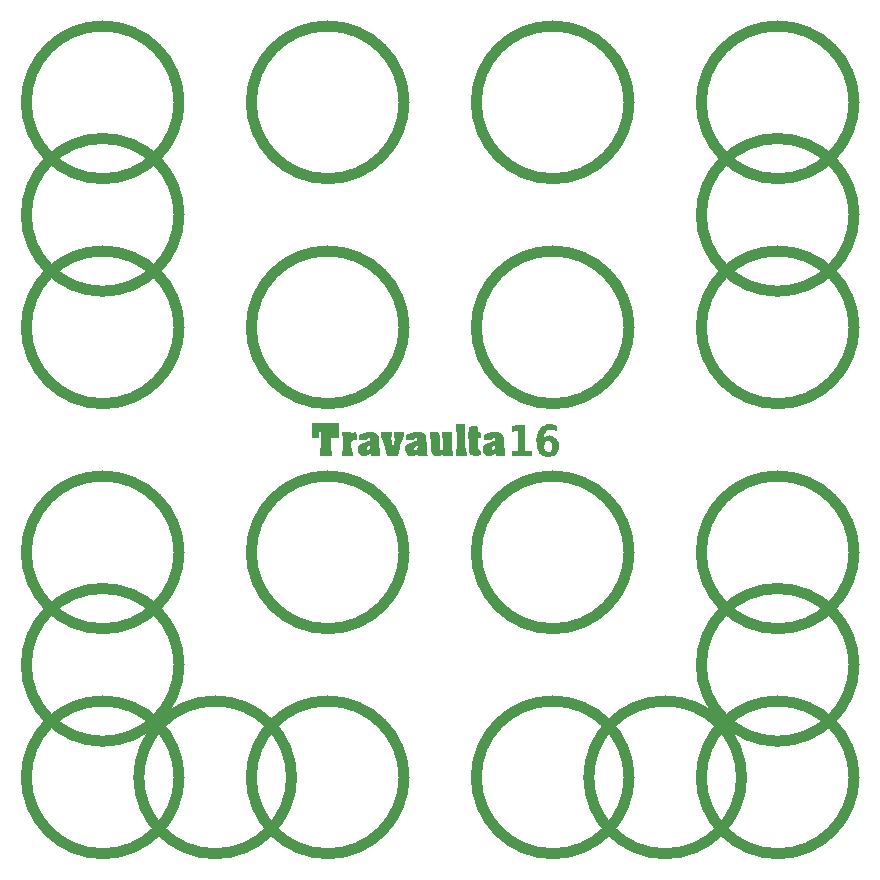
<source format=gbr>
%TF.GenerationSoftware,KiCad,Pcbnew,8.0.8*%
%TF.CreationDate,2025-03-01T19:05:43+01:00*%
%TF.ProjectId,numbpad,6e756d62-7061-4642-9e6b-696361645f70,rev?*%
%TF.SameCoordinates,Original*%
%TF.FileFunction,Legend,Top*%
%TF.FilePolarity,Positive*%
%FSLAX46Y46*%
G04 Gerber Fmt 4.6, Leading zero omitted, Abs format (unit mm)*
G04 Created by KiCad (PCBNEW 8.0.8) date 2025-03-01 19:05:43*
%MOMM*%
%LPD*%
G01*
G04 APERTURE LIST*
%ADD10C,0.400000*%
%ADD11C,0.900000*%
%ADD12C,0.000000*%
%ADD13C,1.200000*%
%ADD14C,2.200000*%
%ADD15R,1.700000X1.700000*%
%ADD16O,1.700000X1.700000*%
%ADD17C,0.750000*%
%ADD18O,1.100000X1.700000*%
G04 APERTURE END LIST*
D10*
G36*
X148136594Y-100928999D02*
G01*
X148682721Y-100928999D01*
X148682721Y-99205524D01*
X148121988Y-99333800D01*
X148121988Y-98865782D01*
X148679545Y-98737506D01*
X149268855Y-98737506D01*
X149268855Y-100928999D01*
X149814982Y-100928999D01*
X149814982Y-101404003D01*
X148136594Y-101404003D01*
X148136594Y-100928999D01*
G37*
G36*
X151487392Y-98697770D02*
G01*
X151617342Y-98711918D01*
X151676259Y-98721630D01*
X151802863Y-98749564D01*
X151927791Y-98786931D01*
X151984884Y-98807359D01*
X151984884Y-99300143D01*
X151864294Y-99241638D01*
X151740522Y-99194338D01*
X151697850Y-99181393D01*
X151572893Y-99153588D01*
X151442374Y-99142694D01*
X151434312Y-99142656D01*
X151303773Y-99153332D01*
X151175040Y-99190867D01*
X151065495Y-99255426D01*
X151003125Y-99313479D01*
X150926572Y-99422577D01*
X150875730Y-99541398D01*
X150841081Y-99680777D01*
X150824046Y-99819599D01*
X150934066Y-99743078D01*
X151053293Y-99688783D01*
X151182363Y-99655920D01*
X151312882Y-99645008D01*
X151321911Y-99644966D01*
X151455461Y-99653382D01*
X151598516Y-99684477D01*
X151727835Y-99738484D01*
X151843419Y-99815403D01*
X151917571Y-99884372D01*
X152005659Y-99995976D01*
X152072111Y-100121862D01*
X152116928Y-100262029D01*
X152138122Y-100393540D01*
X152143642Y-100511148D01*
X152137471Y-100640945D01*
X152113777Y-100785732D01*
X152072311Y-100918553D01*
X152013075Y-101039408D01*
X151936067Y-101148296D01*
X151890899Y-101198252D01*
X151790071Y-101285872D01*
X151677142Y-101355363D01*
X151552112Y-101406726D01*
X151414983Y-101439961D01*
X151265753Y-101455068D01*
X151213321Y-101456075D01*
X151072228Y-101447502D01*
X150941460Y-101421781D01*
X150821018Y-101378913D01*
X150690117Y-101304838D01*
X150574085Y-101206071D01*
X150488750Y-101104903D01*
X150415024Y-100987999D01*
X150353793Y-100856769D01*
X150305059Y-100711214D01*
X150275069Y-100584456D01*
X150270400Y-100555601D01*
X150895170Y-100555601D01*
X150903108Y-100690309D01*
X150933589Y-100821999D01*
X150976454Y-100906773D01*
X151078059Y-100994407D01*
X151210225Y-101023505D01*
X151220306Y-101023619D01*
X151348297Y-101001254D01*
X151455578Y-100920922D01*
X151466063Y-100906773D01*
X151521628Y-100781734D01*
X151543458Y-100652280D01*
X151547347Y-100555601D01*
X151539409Y-100420954D01*
X151508928Y-100289503D01*
X151466063Y-100205063D01*
X151363982Y-100116953D01*
X151230504Y-100087697D01*
X151220306Y-100087582D01*
X151093617Y-100110069D01*
X150986932Y-100190837D01*
X150976454Y-100205063D01*
X150920889Y-100329668D01*
X150899060Y-100458952D01*
X150895170Y-100555601D01*
X150270400Y-100555601D01*
X150253076Y-100448530D01*
X150239080Y-100303435D01*
X150233082Y-100149172D01*
X150232832Y-100109173D01*
X150237516Y-99948342D01*
X150251566Y-99796381D01*
X150274982Y-99653290D01*
X150307766Y-99519071D01*
X150349916Y-99393721D01*
X150401433Y-99277243D01*
X150479001Y-99144119D01*
X150532567Y-99070897D01*
X150631828Y-98962046D01*
X150741879Y-98871644D01*
X150862721Y-98799691D01*
X150994354Y-98746188D01*
X151136777Y-98711134D01*
X151289991Y-98694529D01*
X151354298Y-98693053D01*
X151487392Y-98697770D01*
G37*
D11*
%TO.C,SW4*%
X167598250Y-128587500D02*
G75*
G02*
X154664250Y-128587500I-6467000J0D01*
G01*
X154664250Y-128587500D02*
G75*
G02*
X167598250Y-128587500I6467000J0D01*
G01*
%TO.C,SW13*%
X119973251Y-128587500D02*
G75*
G02*
X107039249Y-128587500I-6467001J0D01*
G01*
X107039249Y-128587500D02*
G75*
G02*
X119973251Y-128587500I6467001J0D01*
G01*
%TO.C,SW14*%
X139023250Y-128587500D02*
G75*
G02*
X126089250Y-128587500I-6467000J0D01*
G01*
X126089250Y-128587500D02*
G75*
G02*
X139023250Y-128587500I6467000J0D01*
G01*
%TO.C,SW11*%
X158073250Y-109537500D02*
G75*
G02*
X145139250Y-109537500I-6467000J0D01*
G01*
X145139250Y-109537500D02*
G75*
G02*
X158073250Y-109537500I6467000J0D01*
G01*
%TO.C,SW22*%
X129498250Y-128587500D02*
G75*
G02*
X116564250Y-128587500I-6467000J0D01*
G01*
X116564250Y-128587500D02*
G75*
G02*
X129498250Y-128587500I6467000J0D01*
G01*
%TO.C,SW10*%
X139023250Y-109537500D02*
G75*
G02*
X126089250Y-109537500I-6467000J0D01*
G01*
X126089250Y-109537500D02*
G75*
G02*
X139023250Y-109537500I6467000J0D01*
G01*
%TO.C,SW5*%
X119973250Y-90487500D02*
G75*
G02*
X107039250Y-90487500I-6467000J0D01*
G01*
X107039250Y-90487500D02*
G75*
G02*
X119973250Y-90487500I6467000J0D01*
G01*
%TO.C,SW2*%
X139023250Y-71437500D02*
G75*
G02*
X126089250Y-71437500I-6467000J0D01*
G01*
X126089250Y-71437500D02*
G75*
G02*
X139023250Y-71437500I6467000J0D01*
G01*
%TO.C,SW15*%
X158073250Y-128587500D02*
G75*
G02*
X145139250Y-128587500I-6467000J0D01*
G01*
X145139250Y-128587500D02*
G75*
G02*
X158073250Y-128587500I6467000J0D01*
G01*
%TO.C,SW21*%
X177123250Y-119062500D02*
G75*
G02*
X164189250Y-119062500I-6467000J0D01*
G01*
X164189250Y-119062500D02*
G75*
G02*
X177123250Y-119062500I6467000J0D01*
G01*
%TO.C,SW23*%
X177123250Y-71437500D02*
G75*
G02*
X164189250Y-71437500I-6467000J0D01*
G01*
X164189250Y-71437500D02*
G75*
G02*
X177123250Y-71437500I6467000J0D01*
G01*
%TO.C,SW7*%
X158073250Y-90487500D02*
G75*
G02*
X145139250Y-90487500I-6467000J0D01*
G01*
X145139250Y-90487500D02*
G75*
G02*
X158073250Y-90487500I6467000J0D01*
G01*
%TO.C,SW18*%
X119973250Y-80962500D02*
G75*
G02*
X107039250Y-80962500I-6467000J0D01*
G01*
X107039250Y-80962500D02*
G75*
G02*
X119973250Y-80962500I6467000J0D01*
G01*
%TO.C,SW19*%
X177123250Y-80962500D02*
G75*
G02*
X164189250Y-80962500I-6467000J0D01*
G01*
X164189250Y-80962500D02*
G75*
G02*
X177123250Y-80962500I6467000J0D01*
G01*
%TO.C,SW3*%
X158073250Y-71437500D02*
G75*
G02*
X145139250Y-71437500I-6467000J0D01*
G01*
X145139250Y-71437500D02*
G75*
G02*
X158073250Y-71437500I6467000J0D01*
G01*
%TO.C,SW6*%
X139023250Y-90487500D02*
G75*
G02*
X126089250Y-90487500I-6467000J0D01*
G01*
X126089250Y-90487500D02*
G75*
G02*
X139023250Y-90487500I6467000J0D01*
G01*
%TO.C,SW20*%
X119973250Y-71437500D02*
G75*
G02*
X107039250Y-71437500I-6467000J0D01*
G01*
X107039250Y-71437500D02*
G75*
G02*
X119973250Y-71437500I6467000J0D01*
G01*
D12*
%TO.C,G\u002A\u002A\u002A*%
G36*
X144188724Y-99730627D02*
G01*
X144195599Y-100109803D01*
X144204791Y-100403092D01*
X144216773Y-100617801D01*
X144232017Y-100761236D01*
X144250998Y-100840703D01*
X144261783Y-100858480D01*
X144296443Y-100937282D01*
X144317303Y-101069995D01*
X144320039Y-101140354D01*
X144320039Y-101364060D01*
X143853984Y-101364060D01*
X143387929Y-101364060D01*
X143387929Y-101133783D01*
X143396635Y-100994792D01*
X143418807Y-100897997D01*
X143434535Y-100874702D01*
X143451630Y-100818265D01*
X143465320Y-100678577D01*
X143475069Y-100465555D01*
X143480342Y-100189115D01*
X143481140Y-100012500D01*
X143478575Y-99705227D01*
X143471237Y-99455884D01*
X143459661Y-99274387D01*
X143444384Y-99170653D01*
X143434535Y-99150298D01*
X143407494Y-99090572D01*
X143390677Y-98970627D01*
X143387929Y-98891218D01*
X143387929Y-98660941D01*
X143780926Y-98660941D01*
X144173922Y-98660941D01*
X144188724Y-99730627D01*
G37*
G36*
X134946848Y-99319169D02*
G01*
X134978541Y-99349465D01*
X134993815Y-99423872D01*
X134998612Y-99561955D01*
X134998939Y-99662959D01*
X134998939Y-100012500D01*
X134870773Y-100013983D01*
X134714784Y-100043405D01*
X134612964Y-100134333D01*
X134556529Y-100297214D01*
X134543005Y-100403746D01*
X134545631Y-100635845D01*
X134597357Y-100807902D01*
X134646395Y-100955292D01*
X134671743Y-101127385D01*
X134672700Y-101161496D01*
X134672700Y-101364060D01*
X134225808Y-101364060D01*
X133778916Y-101364060D01*
X133809533Y-101072776D01*
X133824073Y-100883806D01*
X133834873Y-100646945D01*
X133839983Y-100407499D01*
X133840150Y-100362042D01*
X133836454Y-100127683D01*
X133826665Y-99886588D01*
X133812735Y-99684063D01*
X133809533Y-99651308D01*
X133778916Y-99360023D01*
X134152016Y-99360023D01*
X134372375Y-99367160D01*
X134503745Y-99388402D01*
X134543571Y-99415387D01*
X134582926Y-99439563D01*
X134670319Y-99394883D01*
X134674338Y-99392085D01*
X134794228Y-99333244D01*
X134892795Y-99313418D01*
X134946848Y-99319169D01*
G37*
G36*
X133554168Y-99220207D02*
G01*
X133554168Y-99826078D01*
X133253456Y-99826078D01*
X132952744Y-99826078D01*
X132938869Y-99538493D01*
X132921194Y-99362870D01*
X132890301Y-99256316D01*
X132866737Y-99231673D01*
X132846751Y-99268047D01*
X132830526Y-99379611D01*
X132818193Y-99548417D01*
X132809884Y-99756514D01*
X132805729Y-99985954D01*
X132805858Y-100218786D01*
X132810404Y-100437062D01*
X132819497Y-100622831D01*
X132833268Y-100758145D01*
X132851849Y-100825053D01*
X132855085Y-100828097D01*
X132881010Y-100887263D01*
X132897931Y-101008647D01*
X132901691Y-101110480D01*
X132901691Y-101364060D01*
X132389030Y-101364060D01*
X131876370Y-101364060D01*
X131876370Y-101110480D01*
X131884299Y-100964523D01*
X131904686Y-100859857D01*
X131922975Y-100828097D01*
X131940365Y-100771579D01*
X131954240Y-100632538D01*
X131963994Y-100421614D01*
X131969022Y-100149450D01*
X131969581Y-100009750D01*
X131968512Y-99716744D01*
X131964580Y-99504664D01*
X131956700Y-99361240D01*
X131943785Y-99274204D01*
X131924749Y-99231288D01*
X131899672Y-99220207D01*
X131860460Y-99240431D01*
X131838665Y-99312696D01*
X131830276Y-99454391D01*
X131829764Y-99523143D01*
X131829764Y-99826078D01*
X131526828Y-99826078D01*
X131223893Y-99826078D01*
X131223893Y-99220207D01*
X131223893Y-98614335D01*
X132389030Y-98614335D01*
X133554168Y-98614335D01*
X133554168Y-99220207D01*
G37*
G36*
X137967014Y-99696340D02*
G01*
X137960791Y-99916985D01*
X137975423Y-100135447D01*
X138007312Y-100325222D01*
X138052863Y-100459804D01*
X138075180Y-100493469D01*
X138102992Y-100471942D01*
X138143977Y-100379337D01*
X138189606Y-100235229D01*
X138192786Y-100223596D01*
X138236092Y-100043181D01*
X138247478Y-99931095D01*
X138228461Y-99868657D01*
X138222148Y-99861471D01*
X138190054Y-99785351D01*
X138170694Y-99654487D01*
X138168113Y-99583730D01*
X138168113Y-99360023D01*
X138587562Y-99360023D01*
X139007012Y-99360023D01*
X139007012Y-99571388D01*
X138992743Y-99725723D01*
X138957050Y-99856223D01*
X138941944Y-99885975D01*
X138906379Y-99965842D01*
X138851875Y-100116878D01*
X138784683Y-100320507D01*
X138711052Y-100558155D01*
X138675907Y-100676629D01*
X138474939Y-101364060D01*
X138044643Y-101364060D01*
X137854553Y-101360519D01*
X137702963Y-101351025D01*
X137611635Y-101337270D01*
X137595243Y-101329106D01*
X137576501Y-101274308D01*
X137537318Y-101146035D01*
X137482518Y-100960530D01*
X137416926Y-100734039D01*
X137377198Y-100595069D01*
X137306163Y-100351593D01*
X137240890Y-100139165D01*
X137186726Y-99974350D01*
X137149018Y-99873714D01*
X137137222Y-99851711D01*
X137112946Y-99781885D01*
X137098223Y-99655380D01*
X137096186Y-99583730D01*
X137096186Y-99360023D01*
X137545698Y-99360023D01*
X137995210Y-99360023D01*
X137967014Y-99696340D01*
G37*
G36*
X145235636Y-98842839D02*
G01*
X145248302Y-98953161D01*
X145252150Y-99080390D01*
X145252150Y-99360023D01*
X145391966Y-99360023D01*
X145474734Y-99365114D01*
X145516007Y-99396417D01*
X145530213Y-99477976D01*
X145531783Y-99593051D01*
X145528728Y-99730997D01*
X145509946Y-99799786D01*
X145461011Y-99823462D01*
X145391966Y-99826078D01*
X145252150Y-99826078D01*
X145252150Y-100258461D01*
X145263913Y-100540831D01*
X145300351Y-100738040D01*
X145363181Y-100855263D01*
X145454124Y-100897678D01*
X145464517Y-100898005D01*
X145510029Y-100929438D01*
X145529964Y-101032757D01*
X145531783Y-101102294D01*
X145524106Y-101234813D01*
X145492568Y-101303070D01*
X145426920Y-101334685D01*
X145284753Y-101355369D01*
X145106284Y-101359237D01*
X144934105Y-101347300D01*
X144810808Y-101320571D01*
X144809397Y-101320001D01*
X144708614Y-101256811D01*
X144622975Y-101178309D01*
X144584265Y-101124993D01*
X144556867Y-101054066D01*
X144538195Y-100948336D01*
X144525666Y-100790613D01*
X144516694Y-100563707D01*
X144513540Y-100450422D01*
X144504642Y-100221386D01*
X144491598Y-100030108D01*
X144475999Y-99893634D01*
X144459434Y-99829010D01*
X144455283Y-99826078D01*
X144431304Y-99784155D01*
X144416085Y-99676967D01*
X144413250Y-99593051D01*
X144421634Y-99460122D01*
X144443068Y-99375749D01*
X144459856Y-99360023D01*
X144488135Y-99318474D01*
X144504681Y-99213808D01*
X144506461Y-99158820D01*
X144506461Y-98957617D01*
X144844351Y-98878590D01*
X145012398Y-98840391D01*
X145144035Y-98812519D01*
X145213871Y-98800315D01*
X145217195Y-98800160D01*
X145235636Y-98842839D01*
G37*
G36*
X141789091Y-99363489D02*
G01*
X141914330Y-99375973D01*
X141982154Y-99400605D01*
X142008081Y-99433743D01*
X142019130Y-99507280D01*
X142028270Y-99652904D01*
X142034547Y-99849495D01*
X142037006Y-100074569D01*
X142039257Y-100362337D01*
X142047107Y-100569719D01*
X142063318Y-100709499D01*
X142090655Y-100794459D01*
X142131879Y-100837381D01*
X142189754Y-100851049D01*
X142204925Y-100851399D01*
X142254464Y-100848137D01*
X142286527Y-100827249D01*
X142304915Y-100772084D01*
X142313430Y-100665989D01*
X142315871Y-100492312D01*
X142316003Y-100364792D01*
X142311756Y-100154716D01*
X142300186Y-99985975D01*
X142283052Y-99878006D01*
X142269397Y-99849381D01*
X142242356Y-99789654D01*
X142225539Y-99669709D01*
X142222792Y-99590300D01*
X142222792Y-99360023D01*
X142640016Y-99360023D01*
X143057240Y-99360023D01*
X143079464Y-100094060D01*
X143089338Y-100371219D01*
X143101510Y-100638510D01*
X143114688Y-100871574D01*
X143127581Y-101046055D01*
X143132608Y-101096078D01*
X143163528Y-101364060D01*
X142739766Y-101364060D01*
X142543984Y-101359378D01*
X142399320Y-101346583D01*
X142323282Y-101327554D01*
X142316003Y-101318608D01*
X142278930Y-101296686D01*
X142196455Y-101318608D01*
X142045664Y-101350473D01*
X141852116Y-101359518D01*
X141661975Y-101345980D01*
X141533290Y-101315236D01*
X141436315Y-101247148D01*
X141366298Y-101125570D01*
X141320538Y-100940461D01*
X141296336Y-100681779D01*
X141290682Y-100412895D01*
X141286785Y-100187683D01*
X141276053Y-100006994D01*
X141259921Y-99888197D01*
X141244076Y-99849381D01*
X141217035Y-99789654D01*
X141200218Y-99669709D01*
X141197471Y-99590300D01*
X141197471Y-99360023D01*
X141588631Y-99360023D01*
X141789091Y-99363489D01*
G37*
G36*
X136215394Y-99328591D02*
G01*
X136411612Y-99370156D01*
X136599270Y-99440918D01*
X136751134Y-99527986D01*
X136839973Y-99618471D01*
X136843798Y-99626020D01*
X136861811Y-99703757D01*
X136881899Y-99852854D01*
X136901562Y-100051571D01*
X136917717Y-100268831D01*
X136934556Y-100519313D01*
X136952952Y-100765088D01*
X136970449Y-100974689D01*
X136982248Y-101096078D01*
X137011602Y-101364060D01*
X136611142Y-101364060D01*
X136411859Y-101361127D01*
X136289476Y-101350444D01*
X136227811Y-101329187D01*
X136210683Y-101294531D01*
X136210682Y-101294152D01*
X136208746Y-101245669D01*
X136188616Y-101231215D01*
X136128809Y-101253178D01*
X136007840Y-101313944D01*
X136000957Y-101317454D01*
X135790827Y-101395114D01*
X135596340Y-101395335D01*
X135433557Y-101342662D01*
X135262644Y-101223279D01*
X135153545Y-101055076D01*
X135108198Y-100860450D01*
X135116653Y-100777877D01*
X135853305Y-100777877D01*
X135921744Y-100843621D01*
X136045331Y-100838120D01*
X136090356Y-100823110D01*
X136147405Y-100755980D01*
X136164076Y-100656850D01*
X136155088Y-100562217D01*
X136113765Y-100538286D01*
X136059214Y-100550325D01*
X135924290Y-100615872D01*
X135853379Y-100703803D01*
X135853305Y-100777877D01*
X135116653Y-100777877D01*
X135128539Y-100661799D01*
X135216504Y-100481522D01*
X135348399Y-100357809D01*
X135449147Y-100306784D01*
X135606669Y-100243013D01*
X135788209Y-100179678D01*
X135801833Y-100175328D01*
X135974127Y-100118129D01*
X136075467Y-100073421D01*
X136124500Y-100027999D01*
X136139870Y-99968661D01*
X136140773Y-99935321D01*
X136126541Y-99838790D01*
X136067302Y-99805029D01*
X136024260Y-99802776D01*
X135934627Y-99823268D01*
X135897046Y-99902500D01*
X135892999Y-99930941D01*
X135881750Y-99996349D01*
X135853018Y-100034567D01*
X135786217Y-100052900D01*
X135660758Y-100058652D01*
X135531806Y-100059106D01*
X135185361Y-100059106D01*
X135185361Y-99808086D01*
X135189369Y-99660562D01*
X135211222Y-99575577D01*
X135265658Y-99522512D01*
X135341964Y-99482753D01*
X135591780Y-99393126D01*
X135873206Y-99337072D01*
X136139605Y-99322821D01*
X136215394Y-99328591D01*
G37*
G36*
X140223467Y-99328591D02*
G01*
X140419686Y-99370156D01*
X140607343Y-99440918D01*
X140759208Y-99527986D01*
X140848046Y-99618471D01*
X140851871Y-99626020D01*
X140869884Y-99703757D01*
X140889972Y-99852854D01*
X140909635Y-100051571D01*
X140925790Y-100268831D01*
X140942630Y-100519313D01*
X140961026Y-100765088D01*
X140978522Y-100974689D01*
X140990322Y-101096078D01*
X141019675Y-101364060D01*
X140619215Y-101364060D01*
X140419932Y-101361127D01*
X140297549Y-101350444D01*
X140235884Y-101329187D01*
X140218756Y-101294531D01*
X140218755Y-101294152D01*
X140216819Y-101245669D01*
X140196689Y-101231215D01*
X140136882Y-101253178D01*
X140015914Y-101313944D01*
X140009030Y-101317454D01*
X139798900Y-101395114D01*
X139604414Y-101395335D01*
X139441630Y-101342662D01*
X139270717Y-101223279D01*
X139161618Y-101055076D01*
X139116271Y-100860450D01*
X139124726Y-100777877D01*
X139861378Y-100777877D01*
X139929817Y-100843621D01*
X140053405Y-100838120D01*
X140098430Y-100823110D01*
X140155478Y-100755980D01*
X140172150Y-100656850D01*
X140163162Y-100562217D01*
X140121838Y-100538286D01*
X140067287Y-100550325D01*
X139932363Y-100615872D01*
X139861453Y-100703803D01*
X139861378Y-100777877D01*
X139124726Y-100777877D01*
X139136612Y-100661799D01*
X139224577Y-100481522D01*
X139356473Y-100357809D01*
X139457220Y-100306784D01*
X139614742Y-100243013D01*
X139796282Y-100179678D01*
X139809907Y-100175328D01*
X139982201Y-100118129D01*
X140083541Y-100073421D01*
X140132573Y-100027999D01*
X140147943Y-99968661D01*
X140148847Y-99935321D01*
X140134615Y-99838790D01*
X140075376Y-99805029D01*
X140032333Y-99802776D01*
X139942701Y-99823268D01*
X139905119Y-99902500D01*
X139901072Y-99930941D01*
X139889823Y-99996349D01*
X139861092Y-100034567D01*
X139794291Y-100052900D01*
X139668832Y-100058652D01*
X139539880Y-100059106D01*
X139193434Y-100059106D01*
X139193434Y-99808086D01*
X139197443Y-99660562D01*
X139219295Y-99575577D01*
X139273731Y-99522512D01*
X139350037Y-99482753D01*
X139599853Y-99393126D01*
X139881279Y-99337072D01*
X140147678Y-99322821D01*
X140223467Y-99328591D01*
G37*
G36*
X146794843Y-99328591D02*
G01*
X146991062Y-99370156D01*
X147178719Y-99440918D01*
X147330584Y-99527986D01*
X147419423Y-99618471D01*
X147423247Y-99626020D01*
X147441260Y-99703757D01*
X147461348Y-99852854D01*
X147481011Y-100051571D01*
X147497166Y-100268831D01*
X147514006Y-100519313D01*
X147532402Y-100765088D01*
X147549899Y-100974689D01*
X147561698Y-101096078D01*
X147591051Y-101364060D01*
X147190591Y-101364060D01*
X146991309Y-101361127D01*
X146868925Y-101350444D01*
X146807260Y-101329187D01*
X146790132Y-101294531D01*
X146790131Y-101294152D01*
X146788195Y-101245669D01*
X146768065Y-101231215D01*
X146708258Y-101253178D01*
X146587290Y-101313944D01*
X146580406Y-101317454D01*
X146370276Y-101395114D01*
X146175790Y-101395335D01*
X146013007Y-101342662D01*
X145842093Y-101223279D01*
X145732995Y-101055076D01*
X145687647Y-100860450D01*
X145696102Y-100777877D01*
X146432754Y-100777877D01*
X146501193Y-100843621D01*
X146624781Y-100838120D01*
X146669806Y-100823110D01*
X146726854Y-100755980D01*
X146743526Y-100656850D01*
X146734538Y-100562217D01*
X146693214Y-100538286D01*
X146638663Y-100550325D01*
X146503739Y-100615872D01*
X146432829Y-100703803D01*
X146432754Y-100777877D01*
X145696102Y-100777877D01*
X145707988Y-100661799D01*
X145795954Y-100481522D01*
X145927849Y-100357809D01*
X146028596Y-100306784D01*
X146186118Y-100243013D01*
X146367658Y-100179678D01*
X146381283Y-100175328D01*
X146553577Y-100118129D01*
X146654917Y-100073421D01*
X146703949Y-100027999D01*
X146719320Y-99968661D01*
X146720223Y-99935321D01*
X146705991Y-99838790D01*
X146646752Y-99805029D01*
X146603709Y-99802776D01*
X146514077Y-99823268D01*
X146476495Y-99902500D01*
X146472448Y-99930941D01*
X146461199Y-99996349D01*
X146432468Y-100034567D01*
X146365667Y-100052900D01*
X146240208Y-100058652D01*
X146111256Y-100059106D01*
X145764810Y-100059106D01*
X145764810Y-99808086D01*
X145768819Y-99660562D01*
X145790671Y-99575577D01*
X145845107Y-99522512D01*
X145921413Y-99482753D01*
X146171229Y-99393126D01*
X146452656Y-99337072D01*
X146719054Y-99322821D01*
X146794843Y-99328591D01*
G37*
D11*
%TO.C,SW12*%
X177123250Y-109537500D02*
G75*
G02*
X164189250Y-109537500I-6467000J0D01*
G01*
X164189250Y-109537500D02*
G75*
G02*
X177123250Y-109537500I6467000J0D01*
G01*
%TO.C,SW1*%
X119973250Y-119062500D02*
G75*
G02*
X107039250Y-119062500I-6467000J0D01*
G01*
X107039250Y-119062500D02*
G75*
G02*
X119973250Y-119062500I6467000J0D01*
G01*
%TO.C,SW8*%
X177123250Y-90487500D02*
G75*
G02*
X164189250Y-90487500I-6467000J0D01*
G01*
X164189250Y-90487500D02*
G75*
G02*
X177123250Y-90487500I6467000J0D01*
G01*
%TO.C,SW16*%
X177123251Y-128587500D02*
G75*
G02*
X164189249Y-128587500I-6467001J0D01*
G01*
X164189249Y-128587500D02*
G75*
G02*
X177123251Y-128587500I6467001J0D01*
G01*
%TO.C,SW9*%
X119973250Y-109537500D02*
G75*
G02*
X107039250Y-109537500I-6467000J0D01*
G01*
X107039250Y-109537500D02*
G75*
G02*
X119973250Y-109537500I6467000J0D01*
G01*
%TD*%
%LPC*%
D13*
%TO.C,SW23*%
X178056250Y-68937500D03*
X178056250Y-73937500D03*
X163156250Y-73937500D03*
X163156250Y-68937500D03*
X163156250Y-71437500D03*
%TD*%
%TO.C,SW20*%
X106106250Y-73937500D03*
X106106250Y-68937500D03*
X121006250Y-68937500D03*
X121006250Y-73937500D03*
X121006250Y-71437500D03*
%TD*%
D14*
%TO.C,H6*%
X123031250Y-100012500D03*
%TD*%
%TO.C,H1*%
X123031250Y-80962500D03*
%TD*%
%TO.C,H2*%
X161131250Y-80962500D03*
%TD*%
%TO.C,H3*%
X123031250Y-119062500D03*
%TD*%
%TO.C,H4*%
X161131250Y-119062500D03*
%TD*%
%TO.C,H5*%
X161131250Y-100012500D03*
%TD*%
D15*
%TO.C,SW17*%
X156393750Y-102056250D03*
D16*
X156393750Y-99516250D03*
%TD*%
D17*
%TO.C,USB1*%
X139191250Y-66232000D03*
X144971250Y-66232000D03*
D18*
X137761250Y-62582000D03*
X146401250Y-62582000D03*
%TD*%
%LPD*%
M02*

</source>
